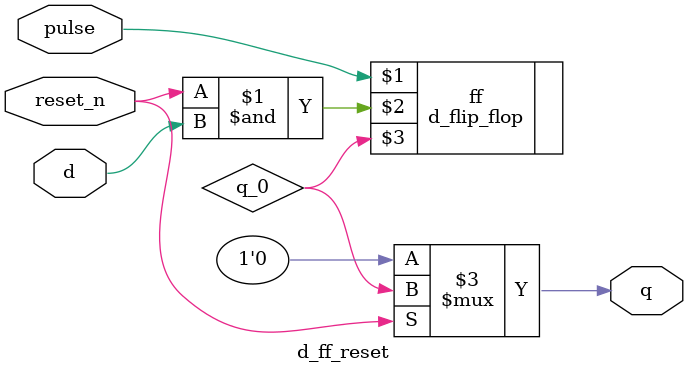
<source format=v>
module d_ff_reset (
    input pulse, reset_n, d,
    output q
);  
    wire q_0;
    d_flip_flop ff(pulse, reset_n & d, q_0);
    assign q = (!reset_n) ? 1'b0 : q_0;
endmodule
</source>
